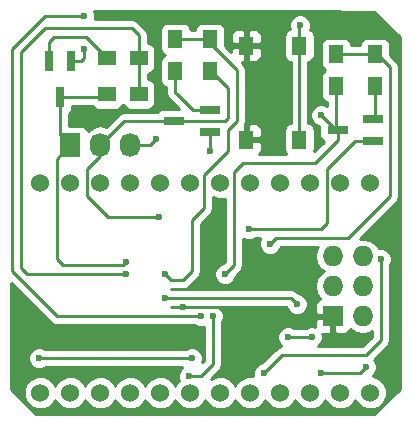
<source format=gtl>
G04 #@! TF.FileFunction,Copper,L1,Top,Signal*
%FSLAX46Y46*%
G04 Gerber Fmt 4.6, Leading zero omitted, Abs format (unit mm)*
G04 Created by KiCad (PCBNEW 4.0.1-3.201512221402+6198~38~ubuntu14.04.1-stable) date Sun 07 Feb 2016 23:01:24 GMT*
%MOMM*%
G01*
G04 APERTURE LIST*
%ADD10C,0.100000*%
%ADD11R,1.727200X2.032000*%
%ADD12O,1.727200X2.032000*%
%ADD13R,1.800860X0.800100*%
%ADD14R,0.800100X1.800860*%
%ADD15R,1.300000X1.550000*%
%ADD16C,1.524000*%
%ADD17R,1.300000X1.500000*%
%ADD18R,1.500000X1.300000*%
%ADD19R,1.727200X1.727200*%
%ADD20O,1.727200X1.727200*%
%ADD21C,0.600000*%
%ADD22C,0.250000*%
%ADD23C,0.254000*%
G04 APERTURE END LIST*
D10*
D11*
X164465000Y-121920000D03*
D12*
X167005000Y-121920000D03*
X169545000Y-121920000D03*
D13*
X190096140Y-121600000D03*
X190096140Y-119700000D03*
X187093860Y-120650000D03*
X176253140Y-120838000D03*
X176253140Y-118938000D03*
X173250860Y-119888000D03*
D14*
X164526000Y-114830860D03*
X162626000Y-114830860D03*
X163576000Y-117833140D03*
D15*
X179360000Y-113500000D03*
X183860000Y-113500000D03*
X183860000Y-121450000D03*
X179360000Y-121450000D03*
D16*
X164465000Y-125095000D03*
X161925000Y-125095000D03*
X167005000Y-125095000D03*
X174625000Y-125095000D03*
X169545000Y-125095000D03*
X172085000Y-125095000D03*
X187325000Y-125095000D03*
X184785000Y-125095000D03*
X189865000Y-125095000D03*
X182245000Y-125095000D03*
X177165000Y-125095000D03*
X179705000Y-125095000D03*
X179705000Y-142875000D03*
X177165000Y-142875000D03*
X182245000Y-142875000D03*
X189865000Y-142875000D03*
X184785000Y-142875000D03*
X187325000Y-142875000D03*
X172085000Y-142875000D03*
X169545000Y-142875000D03*
X174625000Y-142875000D03*
X167005000Y-142875000D03*
X161925000Y-142875000D03*
X164465000Y-142875000D03*
D17*
X173355000Y-115650000D03*
X173355000Y-112950000D03*
X176276000Y-115650000D03*
X176276000Y-112950000D03*
X186944000Y-116920000D03*
X186944000Y-114220000D03*
X190246000Y-116920000D03*
X190246000Y-114220000D03*
D18*
X167560000Y-117602000D03*
X170260000Y-117602000D03*
X167560000Y-114554000D03*
X170260000Y-114554000D03*
D19*
X186690000Y-136398000D03*
D20*
X189230000Y-136398000D03*
X186690000Y-133858000D03*
X189230000Y-133858000D03*
X186690000Y-131318000D03*
X189230000Y-131318000D03*
D21*
X172466000Y-132842000D03*
X171958000Y-128016000D03*
X177800000Y-136398000D03*
X173990000Y-135636000D03*
X190246000Y-129540000D03*
X190754000Y-131572000D03*
X180848000Y-141224000D03*
X161798000Y-139954000D03*
X174752000Y-139954000D03*
X174498000Y-141478000D03*
X176530000Y-136398000D03*
X179578000Y-129032000D03*
X181356000Y-130302000D03*
X171704000Y-121412000D03*
X185674000Y-119380000D03*
X177546000Y-132842000D03*
X182880000Y-138176000D03*
X184912000Y-138176000D03*
X185674000Y-141224000D03*
X189484000Y-140716000D03*
X175514000Y-136398000D03*
X165608000Y-110998000D03*
X165608000Y-113792000D03*
X183642000Y-135382000D03*
X172466000Y-134874000D03*
X169164000Y-132842000D03*
X169164000Y-131826000D03*
X176276000Y-122428000D03*
X183896000Y-111760000D03*
D22*
X176276000Y-112950000D02*
X176276000Y-113284000D01*
X176276000Y-113284000D02*
X178562000Y-115570000D01*
X178562000Y-115570000D02*
X178562000Y-119888000D01*
X178562000Y-119888000D02*
X177800000Y-120650000D01*
X177800000Y-120650000D02*
X177800000Y-122428000D01*
X177800000Y-122428000D02*
X175768000Y-124460000D01*
X175768000Y-124460000D02*
X175768000Y-127254000D01*
X175768000Y-127254000D02*
X174752000Y-128270000D01*
X174752000Y-128270000D02*
X174752000Y-132588000D01*
X174752000Y-132588000D02*
X173990000Y-133350000D01*
X173990000Y-133350000D02*
X172974000Y-133350000D01*
X172974000Y-133350000D02*
X172466000Y-132842000D01*
X173355000Y-112950000D02*
X175895000Y-112950000D01*
X167005000Y-121920000D02*
X167005000Y-122809000D01*
X167005000Y-122809000D02*
X165862000Y-123952000D01*
X167640000Y-128016000D02*
X171958000Y-128016000D01*
X165862000Y-126238000D02*
X167640000Y-128016000D01*
X165862000Y-123952000D02*
X165862000Y-126238000D01*
X173250860Y-119888000D02*
X169037000Y-119888000D01*
X169037000Y-119888000D02*
X167005000Y-121920000D01*
X176276000Y-115650000D02*
X176356000Y-115650000D01*
X176356000Y-115650000D02*
X177800000Y-117094000D01*
X177800000Y-117094000D02*
X177800000Y-119634000D01*
X177800000Y-119634000D02*
X177546000Y-119888000D01*
X177546000Y-119888000D02*
X173250860Y-119888000D01*
X177800000Y-136398000D02*
X177800000Y-135636000D01*
X177800000Y-135636000D02*
X173990000Y-135636000D01*
X190246000Y-129540000D02*
X190500000Y-129540000D01*
X179360000Y-113500000D02*
X179360000Y-121450000D01*
X190754000Y-138430000D02*
X190754000Y-131572000D01*
X189484000Y-139700000D02*
X190754000Y-138430000D01*
X182372000Y-139700000D02*
X189484000Y-139700000D01*
X180848000Y-141224000D02*
X182372000Y-139700000D01*
X174752000Y-139954000D02*
X161798000Y-139954000D01*
X175514000Y-141478000D02*
X174498000Y-141478000D01*
X176530000Y-140462000D02*
X175514000Y-141478000D01*
X176530000Y-136398000D02*
X176530000Y-140462000D01*
X190096140Y-121600000D02*
X188534000Y-121600000D01*
X185674000Y-129032000D02*
X179578000Y-129032000D01*
X186182000Y-128524000D02*
X185674000Y-129032000D01*
X186182000Y-123952000D02*
X186182000Y-128524000D01*
X188534000Y-121600000D02*
X186182000Y-123952000D01*
X190246000Y-114220000D02*
X190420000Y-114220000D01*
X190420000Y-114220000D02*
X191516000Y-115316000D01*
X181864000Y-129794000D02*
X181356000Y-130302000D01*
X187960000Y-129794000D02*
X181864000Y-129794000D01*
X191516000Y-126238000D02*
X187960000Y-129794000D01*
X191516000Y-115316000D02*
X191516000Y-126238000D01*
X186944000Y-114220000D02*
X190246000Y-114220000D01*
X187093860Y-120650000D02*
X186944000Y-120650000D01*
X186944000Y-120650000D02*
X185674000Y-119380000D01*
X171196000Y-121920000D02*
X169545000Y-121920000D01*
X171704000Y-121412000D02*
X171196000Y-121920000D01*
X187093860Y-120650000D02*
X187093860Y-121516140D01*
X178308000Y-132080000D02*
X177546000Y-132842000D01*
X178308000Y-124206000D02*
X178308000Y-132080000D01*
X179070000Y-123444000D02*
X178308000Y-124206000D01*
X185166000Y-123444000D02*
X179070000Y-123444000D01*
X187093860Y-121516140D02*
X185166000Y-123444000D01*
X186944000Y-116920000D02*
X186944000Y-120500140D01*
X186944000Y-120500140D02*
X187093860Y-120650000D01*
X184912000Y-138176000D02*
X182880000Y-138176000D01*
X188976000Y-141224000D02*
X185674000Y-141224000D01*
X189484000Y-140716000D02*
X188976000Y-141224000D01*
X164526000Y-114830860D02*
X165331140Y-114830860D01*
X163322000Y-136398000D02*
X175514000Y-136398000D01*
X159512000Y-132588000D02*
X163322000Y-136398000D01*
X159512000Y-113792000D02*
X159512000Y-132588000D01*
X162306000Y-110998000D02*
X159512000Y-113792000D01*
X165608000Y-110998000D02*
X162306000Y-110998000D01*
X165608000Y-114554000D02*
X165608000Y-113792000D01*
X165331140Y-114830860D02*
X165608000Y-114554000D01*
X183642000Y-135382000D02*
X183134000Y-134874000D01*
X183134000Y-134874000D02*
X172466000Y-134874000D01*
X170260000Y-112602000D02*
X170260000Y-114554000D01*
X169672000Y-112014000D02*
X170260000Y-112602000D01*
X162306000Y-112014000D02*
X169672000Y-112014000D01*
X160274000Y-114046000D02*
X162306000Y-112014000D01*
X160274000Y-132334000D02*
X160274000Y-114046000D01*
X160782000Y-132842000D02*
X160274000Y-132334000D01*
X169164000Y-132842000D02*
X160782000Y-132842000D01*
X170260000Y-114554000D02*
X170260000Y-117602000D01*
X163322000Y-123063000D02*
X164465000Y-121920000D01*
X163322000Y-131572000D02*
X163322000Y-123063000D01*
X163830000Y-132080000D02*
X163322000Y-131572000D01*
X168910000Y-132080000D02*
X163830000Y-132080000D01*
X169164000Y-131826000D02*
X168910000Y-132080000D01*
X163576000Y-117833140D02*
X163576000Y-121031000D01*
X163576000Y-121031000D02*
X164465000Y-121920000D01*
X163576000Y-117833140D02*
X167328860Y-117833140D01*
X167328860Y-117833140D02*
X167560000Y-117602000D01*
X176253140Y-122405140D02*
X176253140Y-120838000D01*
X176276000Y-122428000D02*
X176253140Y-122405140D01*
X190246000Y-116920000D02*
X190246000Y-119550140D01*
X190246000Y-119550140D02*
X190096140Y-119700000D01*
X176253140Y-118938000D02*
X174818000Y-118938000D01*
X174818000Y-118938000D02*
X173482000Y-117602000D01*
X173355000Y-117475000D02*
X173355000Y-115650000D01*
X173482000Y-117602000D02*
X173355000Y-117475000D01*
X162626000Y-114830860D02*
X162626000Y-113218000D01*
X165782000Y-112776000D02*
X167560000Y-114554000D01*
X163068000Y-112776000D02*
X165782000Y-112776000D01*
X162626000Y-113218000D02*
X163068000Y-112776000D01*
X183860000Y-111796000D02*
X183860000Y-113500000D01*
X183896000Y-111760000D02*
X183860000Y-111796000D01*
X183860000Y-121450000D02*
X183860000Y-113500000D01*
D23*
G36*
X190192913Y-110616519D02*
X192330000Y-112753606D01*
X192330000Y-142580909D01*
X190205908Y-144705000D01*
X167270552Y-144705000D01*
X161534210Y-144655119D01*
X159866545Y-142987453D01*
X159460000Y-142530090D01*
X159460000Y-133610802D01*
X162784599Y-136935401D01*
X163031161Y-137100148D01*
X163322000Y-137158000D01*
X174951537Y-137158000D01*
X174983673Y-137190192D01*
X175327201Y-137332838D01*
X175699167Y-137333162D01*
X175770000Y-137303894D01*
X175770000Y-140147198D01*
X175623241Y-140293957D01*
X175686838Y-140140799D01*
X175687162Y-139768833D01*
X175545117Y-139425057D01*
X175282327Y-139161808D01*
X174938799Y-139019162D01*
X174566833Y-139018838D01*
X174223057Y-139160883D01*
X174189882Y-139194000D01*
X162360463Y-139194000D01*
X162328327Y-139161808D01*
X161984799Y-139019162D01*
X161612833Y-139018838D01*
X161269057Y-139160883D01*
X161005808Y-139423673D01*
X160863162Y-139767201D01*
X160862838Y-140139167D01*
X161004883Y-140482943D01*
X161267673Y-140746192D01*
X161611201Y-140888838D01*
X161983167Y-140889162D01*
X162326943Y-140747117D01*
X162360118Y-140714000D01*
X173939889Y-140714000D01*
X173705808Y-140947673D01*
X173563162Y-141291201D01*
X173562838Y-141663167D01*
X173650073Y-141874292D01*
X173441371Y-142082630D01*
X173355051Y-142290512D01*
X173270010Y-142084697D01*
X172877370Y-141691371D01*
X172364100Y-141478243D01*
X171808339Y-141477758D01*
X171294697Y-141689990D01*
X170901371Y-142082630D01*
X170815051Y-142290512D01*
X170730010Y-142084697D01*
X170337370Y-141691371D01*
X169824100Y-141478243D01*
X169268339Y-141477758D01*
X168754697Y-141689990D01*
X168361371Y-142082630D01*
X168275051Y-142290512D01*
X168190010Y-142084697D01*
X167797370Y-141691371D01*
X167284100Y-141478243D01*
X166728339Y-141477758D01*
X166214697Y-141689990D01*
X165821371Y-142082630D01*
X165735051Y-142290512D01*
X165650010Y-142084697D01*
X165257370Y-141691371D01*
X164744100Y-141478243D01*
X164188339Y-141477758D01*
X163674697Y-141689990D01*
X163281371Y-142082630D01*
X163195051Y-142290512D01*
X163110010Y-142084697D01*
X162717370Y-141691371D01*
X162204100Y-141478243D01*
X161648339Y-141477758D01*
X161134697Y-141689990D01*
X160741371Y-142082630D01*
X160528243Y-142595900D01*
X160527758Y-143151661D01*
X160739990Y-143665303D01*
X161132630Y-144058629D01*
X161645900Y-144271757D01*
X162201661Y-144272242D01*
X162715303Y-144060010D01*
X163108629Y-143667370D01*
X163194949Y-143459488D01*
X163279990Y-143665303D01*
X163672630Y-144058629D01*
X164185900Y-144271757D01*
X164741661Y-144272242D01*
X165255303Y-144060010D01*
X165648629Y-143667370D01*
X165734949Y-143459488D01*
X165819990Y-143665303D01*
X166212630Y-144058629D01*
X166725900Y-144271757D01*
X167281661Y-144272242D01*
X167795303Y-144060010D01*
X168188629Y-143667370D01*
X168274949Y-143459488D01*
X168359990Y-143665303D01*
X168752630Y-144058629D01*
X169265900Y-144271757D01*
X169821661Y-144272242D01*
X170335303Y-144060010D01*
X170728629Y-143667370D01*
X170814949Y-143459488D01*
X170899990Y-143665303D01*
X171292630Y-144058629D01*
X171805900Y-144271757D01*
X172361661Y-144272242D01*
X172875303Y-144060010D01*
X173268629Y-143667370D01*
X173354949Y-143459488D01*
X173439990Y-143665303D01*
X173832630Y-144058629D01*
X174345900Y-144271757D01*
X174901661Y-144272242D01*
X175415303Y-144060010D01*
X175808629Y-143667370D01*
X175894949Y-143459488D01*
X175979990Y-143665303D01*
X176372630Y-144058629D01*
X176885900Y-144271757D01*
X177441661Y-144272242D01*
X177955303Y-144060010D01*
X178348629Y-143667370D01*
X178434949Y-143459488D01*
X178519990Y-143665303D01*
X178912630Y-144058629D01*
X179425900Y-144271757D01*
X179981661Y-144272242D01*
X180495303Y-144060010D01*
X180888629Y-143667370D01*
X180974949Y-143459488D01*
X181059990Y-143665303D01*
X181452630Y-144058629D01*
X181965900Y-144271757D01*
X182521661Y-144272242D01*
X183035303Y-144060010D01*
X183428629Y-143667370D01*
X183514949Y-143459488D01*
X183599990Y-143665303D01*
X183992630Y-144058629D01*
X184505900Y-144271757D01*
X185061661Y-144272242D01*
X185575303Y-144060010D01*
X185968629Y-143667370D01*
X186054949Y-143459488D01*
X186139990Y-143665303D01*
X186532630Y-144058629D01*
X187045900Y-144271757D01*
X187601661Y-144272242D01*
X188115303Y-144060010D01*
X188508629Y-143667370D01*
X188594949Y-143459488D01*
X188679990Y-143665303D01*
X189072630Y-144058629D01*
X189585900Y-144271757D01*
X190141661Y-144272242D01*
X190655303Y-144060010D01*
X191048629Y-143667370D01*
X191261757Y-143154100D01*
X191262242Y-142598339D01*
X191050010Y-142084697D01*
X190657370Y-141691371D01*
X190144100Y-141478243D01*
X190043958Y-141478156D01*
X190276192Y-141246327D01*
X190418838Y-140902799D01*
X190419162Y-140530833D01*
X190277117Y-140187057D01*
X190174521Y-140084281D01*
X191291401Y-138967401D01*
X191456148Y-138720840D01*
X191514000Y-138430000D01*
X191514000Y-132134463D01*
X191546192Y-132102327D01*
X191688838Y-131758799D01*
X191689162Y-131386833D01*
X191547117Y-131043057D01*
X191284327Y-130779808D01*
X190940799Y-130637162D01*
X190571942Y-130636841D01*
X190319029Y-130258330D01*
X189832848Y-129933474D01*
X189259359Y-129819400D01*
X189200641Y-129819400D01*
X188961917Y-129866885D01*
X192053401Y-126775401D01*
X192218148Y-126528840D01*
X192227746Y-126480586D01*
X192276000Y-126238000D01*
X192276000Y-115316000D01*
X192218148Y-115025161D01*
X192053401Y-114778599D01*
X191543440Y-114268638D01*
X191543440Y-113470000D01*
X191499162Y-113234683D01*
X191360090Y-113018559D01*
X191147890Y-112873569D01*
X190896000Y-112822560D01*
X189596000Y-112822560D01*
X189360683Y-112866838D01*
X189144559Y-113005910D01*
X188999569Y-113218110D01*
X188950585Y-113460000D01*
X188239558Y-113460000D01*
X188197162Y-113234683D01*
X188058090Y-113018559D01*
X187845890Y-112873569D01*
X187594000Y-112822560D01*
X186294000Y-112822560D01*
X186058683Y-112866838D01*
X185842559Y-113005910D01*
X185697569Y-113218110D01*
X185646560Y-113470000D01*
X185646560Y-114970000D01*
X185690838Y-115205317D01*
X185829910Y-115421441D01*
X186042110Y-115566431D01*
X186055197Y-115569081D01*
X185842559Y-115705910D01*
X185697569Y-115918110D01*
X185646560Y-116170000D01*
X185646560Y-117670000D01*
X185690838Y-117905317D01*
X185829910Y-118121441D01*
X186042110Y-118266431D01*
X186184000Y-118295164D01*
X186184000Y-118579367D01*
X185860799Y-118445162D01*
X185488833Y-118444838D01*
X185145057Y-118586883D01*
X184881808Y-118849673D01*
X184739162Y-119193201D01*
X184738838Y-119565167D01*
X184880883Y-119908943D01*
X185143673Y-120172192D01*
X185487201Y-120314838D01*
X185534077Y-120314879D01*
X185545990Y-120326792D01*
X185545990Y-121050050D01*
X185590268Y-121285367D01*
X185729340Y-121501491D01*
X185910159Y-121625039D01*
X185118651Y-122416547D01*
X185157440Y-122225000D01*
X185157440Y-120675000D01*
X185113162Y-120439683D01*
X184974090Y-120223559D01*
X184761890Y-120078569D01*
X184620000Y-120049836D01*
X184620000Y-114901742D01*
X184745317Y-114878162D01*
X184961441Y-114739090D01*
X185106431Y-114526890D01*
X185157440Y-114275000D01*
X185157440Y-112725000D01*
X185113162Y-112489683D01*
X184974090Y-112273559D01*
X184761890Y-112128569D01*
X184755867Y-112127349D01*
X184830838Y-111946799D01*
X184831162Y-111574833D01*
X184689117Y-111231057D01*
X184426327Y-110967808D01*
X184082799Y-110825162D01*
X183710833Y-110824838D01*
X183367057Y-110966883D01*
X183103808Y-111229673D01*
X182961162Y-111573201D01*
X182960838Y-111945167D01*
X183029570Y-112111510D01*
X182974683Y-112121838D01*
X182758559Y-112260910D01*
X182613569Y-112473110D01*
X182562560Y-112725000D01*
X182562560Y-114275000D01*
X182606838Y-114510317D01*
X182745910Y-114726441D01*
X182958110Y-114871431D01*
X183100000Y-114900164D01*
X183100000Y-120048258D01*
X182974683Y-120071838D01*
X182758559Y-120210910D01*
X182613569Y-120423110D01*
X182562560Y-120675000D01*
X182562560Y-122225000D01*
X182606838Y-122460317D01*
X182745910Y-122676441D01*
X182756973Y-122684000D01*
X180449026Y-122684000D01*
X180548327Y-122584698D01*
X180645000Y-122351309D01*
X180645000Y-121735750D01*
X180486250Y-121577000D01*
X179487000Y-121577000D01*
X179487000Y-121597000D01*
X179233000Y-121597000D01*
X179233000Y-121577000D01*
X179213000Y-121577000D01*
X179213000Y-121323000D01*
X179233000Y-121323000D01*
X179233000Y-120225455D01*
X179250843Y-120198750D01*
X179487000Y-120198750D01*
X179487000Y-121323000D01*
X180486250Y-121323000D01*
X180645000Y-121164250D01*
X180645000Y-120548691D01*
X180548327Y-120315302D01*
X180369699Y-120136673D01*
X180136310Y-120040000D01*
X179645750Y-120040000D01*
X179487000Y-120198750D01*
X179250843Y-120198750D01*
X179264148Y-120178839D01*
X179322000Y-119888000D01*
X179322000Y-115570000D01*
X179264148Y-115279161D01*
X179264148Y-115279160D01*
X179099401Y-115032599D01*
X178976802Y-114910000D01*
X179074250Y-114910000D01*
X179233000Y-114751250D01*
X179233000Y-113627000D01*
X179487000Y-113627000D01*
X179487000Y-114751250D01*
X179645750Y-114910000D01*
X180136310Y-114910000D01*
X180369699Y-114813327D01*
X180548327Y-114634698D01*
X180645000Y-114401309D01*
X180645000Y-113785750D01*
X180486250Y-113627000D01*
X179487000Y-113627000D01*
X179233000Y-113627000D01*
X178233750Y-113627000D01*
X178075000Y-113785750D01*
X178075000Y-114008198D01*
X177573440Y-113506638D01*
X177573440Y-112598691D01*
X178075000Y-112598691D01*
X178075000Y-113214250D01*
X178233750Y-113373000D01*
X179233000Y-113373000D01*
X179233000Y-112248750D01*
X179487000Y-112248750D01*
X179487000Y-113373000D01*
X180486250Y-113373000D01*
X180645000Y-113214250D01*
X180645000Y-112598691D01*
X180548327Y-112365302D01*
X180369699Y-112186673D01*
X180136310Y-112090000D01*
X179645750Y-112090000D01*
X179487000Y-112248750D01*
X179233000Y-112248750D01*
X179074250Y-112090000D01*
X178583690Y-112090000D01*
X178350301Y-112186673D01*
X178171673Y-112365302D01*
X178075000Y-112598691D01*
X177573440Y-112598691D01*
X177573440Y-112200000D01*
X177529162Y-111964683D01*
X177390090Y-111748559D01*
X177177890Y-111603569D01*
X176926000Y-111552560D01*
X175626000Y-111552560D01*
X175390683Y-111596838D01*
X175174559Y-111735910D01*
X175029569Y-111948110D01*
X174980585Y-112190000D01*
X174650558Y-112190000D01*
X174608162Y-111964683D01*
X174469090Y-111748559D01*
X174256890Y-111603569D01*
X174005000Y-111552560D01*
X172705000Y-111552560D01*
X172469683Y-111596838D01*
X172253559Y-111735910D01*
X172108569Y-111948110D01*
X172057560Y-112200000D01*
X172057560Y-113700000D01*
X172101838Y-113935317D01*
X172240910Y-114151441D01*
X172453110Y-114296431D01*
X172466197Y-114299081D01*
X172253559Y-114435910D01*
X172108569Y-114648110D01*
X172057560Y-114900000D01*
X172057560Y-116400000D01*
X172101838Y-116635317D01*
X172240910Y-116851441D01*
X172453110Y-116996431D01*
X172595000Y-117025164D01*
X172595000Y-117475000D01*
X172652852Y-117765839D01*
X172817599Y-118012401D01*
X173645708Y-118840510D01*
X172350430Y-118840510D01*
X172115113Y-118884788D01*
X171898989Y-119023860D01*
X171827833Y-119128000D01*
X169037000Y-119128000D01*
X168746161Y-119185852D01*
X168499599Y-119350599D01*
X167512579Y-120337619D01*
X167005000Y-120236655D01*
X166431511Y-120350729D01*
X165945330Y-120675585D01*
X165935757Y-120689913D01*
X165931762Y-120668683D01*
X165792690Y-120452559D01*
X165580490Y-120307569D01*
X165328600Y-120256560D01*
X164336000Y-120256560D01*
X164336000Y-119256533D01*
X164427491Y-119197660D01*
X164572481Y-118985460D01*
X164623490Y-118733570D01*
X164623490Y-118593140D01*
X166274933Y-118593140D01*
X166345910Y-118703441D01*
X166558110Y-118848431D01*
X166810000Y-118899440D01*
X168310000Y-118899440D01*
X168545317Y-118855162D01*
X168761441Y-118716090D01*
X168906431Y-118503890D01*
X168909081Y-118490803D01*
X169045910Y-118703441D01*
X169258110Y-118848431D01*
X169510000Y-118899440D01*
X171010000Y-118899440D01*
X171245317Y-118855162D01*
X171461441Y-118716090D01*
X171606431Y-118503890D01*
X171657440Y-118252000D01*
X171657440Y-116952000D01*
X171613162Y-116716683D01*
X171474090Y-116500559D01*
X171261890Y-116355569D01*
X171020000Y-116306585D01*
X171020000Y-115849558D01*
X171245317Y-115807162D01*
X171461441Y-115668090D01*
X171606431Y-115455890D01*
X171657440Y-115204000D01*
X171657440Y-113904000D01*
X171613162Y-113668683D01*
X171474090Y-113452559D01*
X171261890Y-113307569D01*
X171020000Y-113258585D01*
X171020000Y-112602000D01*
X170962148Y-112311161D01*
X170797401Y-112064599D01*
X170209401Y-111476599D01*
X169962839Y-111311852D01*
X169672000Y-111254000D01*
X166514103Y-111254000D01*
X166542838Y-111184799D01*
X166543162Y-110812833D01*
X166440760Y-110565000D01*
X184577343Y-110565000D01*
X190192913Y-110616519D01*
X190192913Y-110616519D01*
G37*
X190192913Y-110616519D02*
X192330000Y-112753606D01*
X192330000Y-142580909D01*
X190205908Y-144705000D01*
X167270552Y-144705000D01*
X161534210Y-144655119D01*
X159866545Y-142987453D01*
X159460000Y-142530090D01*
X159460000Y-133610802D01*
X162784599Y-136935401D01*
X163031161Y-137100148D01*
X163322000Y-137158000D01*
X174951537Y-137158000D01*
X174983673Y-137190192D01*
X175327201Y-137332838D01*
X175699167Y-137333162D01*
X175770000Y-137303894D01*
X175770000Y-140147198D01*
X175623241Y-140293957D01*
X175686838Y-140140799D01*
X175687162Y-139768833D01*
X175545117Y-139425057D01*
X175282327Y-139161808D01*
X174938799Y-139019162D01*
X174566833Y-139018838D01*
X174223057Y-139160883D01*
X174189882Y-139194000D01*
X162360463Y-139194000D01*
X162328327Y-139161808D01*
X161984799Y-139019162D01*
X161612833Y-139018838D01*
X161269057Y-139160883D01*
X161005808Y-139423673D01*
X160863162Y-139767201D01*
X160862838Y-140139167D01*
X161004883Y-140482943D01*
X161267673Y-140746192D01*
X161611201Y-140888838D01*
X161983167Y-140889162D01*
X162326943Y-140747117D01*
X162360118Y-140714000D01*
X173939889Y-140714000D01*
X173705808Y-140947673D01*
X173563162Y-141291201D01*
X173562838Y-141663167D01*
X173650073Y-141874292D01*
X173441371Y-142082630D01*
X173355051Y-142290512D01*
X173270010Y-142084697D01*
X172877370Y-141691371D01*
X172364100Y-141478243D01*
X171808339Y-141477758D01*
X171294697Y-141689990D01*
X170901371Y-142082630D01*
X170815051Y-142290512D01*
X170730010Y-142084697D01*
X170337370Y-141691371D01*
X169824100Y-141478243D01*
X169268339Y-141477758D01*
X168754697Y-141689990D01*
X168361371Y-142082630D01*
X168275051Y-142290512D01*
X168190010Y-142084697D01*
X167797370Y-141691371D01*
X167284100Y-141478243D01*
X166728339Y-141477758D01*
X166214697Y-141689990D01*
X165821371Y-142082630D01*
X165735051Y-142290512D01*
X165650010Y-142084697D01*
X165257370Y-141691371D01*
X164744100Y-141478243D01*
X164188339Y-141477758D01*
X163674697Y-141689990D01*
X163281371Y-142082630D01*
X163195051Y-142290512D01*
X163110010Y-142084697D01*
X162717370Y-141691371D01*
X162204100Y-141478243D01*
X161648339Y-141477758D01*
X161134697Y-141689990D01*
X160741371Y-142082630D01*
X160528243Y-142595900D01*
X160527758Y-143151661D01*
X160739990Y-143665303D01*
X161132630Y-144058629D01*
X161645900Y-144271757D01*
X162201661Y-144272242D01*
X162715303Y-144060010D01*
X163108629Y-143667370D01*
X163194949Y-143459488D01*
X163279990Y-143665303D01*
X163672630Y-144058629D01*
X164185900Y-144271757D01*
X164741661Y-144272242D01*
X165255303Y-144060010D01*
X165648629Y-143667370D01*
X165734949Y-143459488D01*
X165819990Y-143665303D01*
X166212630Y-144058629D01*
X166725900Y-144271757D01*
X167281661Y-144272242D01*
X167795303Y-144060010D01*
X168188629Y-143667370D01*
X168274949Y-143459488D01*
X168359990Y-143665303D01*
X168752630Y-144058629D01*
X169265900Y-144271757D01*
X169821661Y-144272242D01*
X170335303Y-144060010D01*
X170728629Y-143667370D01*
X170814949Y-143459488D01*
X170899990Y-143665303D01*
X171292630Y-144058629D01*
X171805900Y-144271757D01*
X172361661Y-144272242D01*
X172875303Y-144060010D01*
X173268629Y-143667370D01*
X173354949Y-143459488D01*
X173439990Y-143665303D01*
X173832630Y-144058629D01*
X174345900Y-144271757D01*
X174901661Y-144272242D01*
X175415303Y-144060010D01*
X175808629Y-143667370D01*
X175894949Y-143459488D01*
X175979990Y-143665303D01*
X176372630Y-144058629D01*
X176885900Y-144271757D01*
X177441661Y-144272242D01*
X177955303Y-144060010D01*
X178348629Y-143667370D01*
X178434949Y-143459488D01*
X178519990Y-143665303D01*
X178912630Y-144058629D01*
X179425900Y-144271757D01*
X179981661Y-144272242D01*
X180495303Y-144060010D01*
X180888629Y-143667370D01*
X180974949Y-143459488D01*
X181059990Y-143665303D01*
X181452630Y-144058629D01*
X181965900Y-144271757D01*
X182521661Y-144272242D01*
X183035303Y-144060010D01*
X183428629Y-143667370D01*
X183514949Y-143459488D01*
X183599990Y-143665303D01*
X183992630Y-144058629D01*
X184505900Y-144271757D01*
X185061661Y-144272242D01*
X185575303Y-144060010D01*
X185968629Y-143667370D01*
X186054949Y-143459488D01*
X186139990Y-143665303D01*
X186532630Y-144058629D01*
X187045900Y-144271757D01*
X187601661Y-144272242D01*
X188115303Y-144060010D01*
X188508629Y-143667370D01*
X188594949Y-143459488D01*
X188679990Y-143665303D01*
X189072630Y-144058629D01*
X189585900Y-144271757D01*
X190141661Y-144272242D01*
X190655303Y-144060010D01*
X191048629Y-143667370D01*
X191261757Y-143154100D01*
X191262242Y-142598339D01*
X191050010Y-142084697D01*
X190657370Y-141691371D01*
X190144100Y-141478243D01*
X190043958Y-141478156D01*
X190276192Y-141246327D01*
X190418838Y-140902799D01*
X190419162Y-140530833D01*
X190277117Y-140187057D01*
X190174521Y-140084281D01*
X191291401Y-138967401D01*
X191456148Y-138720840D01*
X191514000Y-138430000D01*
X191514000Y-132134463D01*
X191546192Y-132102327D01*
X191688838Y-131758799D01*
X191689162Y-131386833D01*
X191547117Y-131043057D01*
X191284327Y-130779808D01*
X190940799Y-130637162D01*
X190571942Y-130636841D01*
X190319029Y-130258330D01*
X189832848Y-129933474D01*
X189259359Y-129819400D01*
X189200641Y-129819400D01*
X188961917Y-129866885D01*
X192053401Y-126775401D01*
X192218148Y-126528840D01*
X192227746Y-126480586D01*
X192276000Y-126238000D01*
X192276000Y-115316000D01*
X192218148Y-115025161D01*
X192053401Y-114778599D01*
X191543440Y-114268638D01*
X191543440Y-113470000D01*
X191499162Y-113234683D01*
X191360090Y-113018559D01*
X191147890Y-112873569D01*
X190896000Y-112822560D01*
X189596000Y-112822560D01*
X189360683Y-112866838D01*
X189144559Y-113005910D01*
X188999569Y-113218110D01*
X188950585Y-113460000D01*
X188239558Y-113460000D01*
X188197162Y-113234683D01*
X188058090Y-113018559D01*
X187845890Y-112873569D01*
X187594000Y-112822560D01*
X186294000Y-112822560D01*
X186058683Y-112866838D01*
X185842559Y-113005910D01*
X185697569Y-113218110D01*
X185646560Y-113470000D01*
X185646560Y-114970000D01*
X185690838Y-115205317D01*
X185829910Y-115421441D01*
X186042110Y-115566431D01*
X186055197Y-115569081D01*
X185842559Y-115705910D01*
X185697569Y-115918110D01*
X185646560Y-116170000D01*
X185646560Y-117670000D01*
X185690838Y-117905317D01*
X185829910Y-118121441D01*
X186042110Y-118266431D01*
X186184000Y-118295164D01*
X186184000Y-118579367D01*
X185860799Y-118445162D01*
X185488833Y-118444838D01*
X185145057Y-118586883D01*
X184881808Y-118849673D01*
X184739162Y-119193201D01*
X184738838Y-119565167D01*
X184880883Y-119908943D01*
X185143673Y-120172192D01*
X185487201Y-120314838D01*
X185534077Y-120314879D01*
X185545990Y-120326792D01*
X185545990Y-121050050D01*
X185590268Y-121285367D01*
X185729340Y-121501491D01*
X185910159Y-121625039D01*
X185118651Y-122416547D01*
X185157440Y-122225000D01*
X185157440Y-120675000D01*
X185113162Y-120439683D01*
X184974090Y-120223559D01*
X184761890Y-120078569D01*
X184620000Y-120049836D01*
X184620000Y-114901742D01*
X184745317Y-114878162D01*
X184961441Y-114739090D01*
X185106431Y-114526890D01*
X185157440Y-114275000D01*
X185157440Y-112725000D01*
X185113162Y-112489683D01*
X184974090Y-112273559D01*
X184761890Y-112128569D01*
X184755867Y-112127349D01*
X184830838Y-111946799D01*
X184831162Y-111574833D01*
X184689117Y-111231057D01*
X184426327Y-110967808D01*
X184082799Y-110825162D01*
X183710833Y-110824838D01*
X183367057Y-110966883D01*
X183103808Y-111229673D01*
X182961162Y-111573201D01*
X182960838Y-111945167D01*
X183029570Y-112111510D01*
X182974683Y-112121838D01*
X182758559Y-112260910D01*
X182613569Y-112473110D01*
X182562560Y-112725000D01*
X182562560Y-114275000D01*
X182606838Y-114510317D01*
X182745910Y-114726441D01*
X182958110Y-114871431D01*
X183100000Y-114900164D01*
X183100000Y-120048258D01*
X182974683Y-120071838D01*
X182758559Y-120210910D01*
X182613569Y-120423110D01*
X182562560Y-120675000D01*
X182562560Y-122225000D01*
X182606838Y-122460317D01*
X182745910Y-122676441D01*
X182756973Y-122684000D01*
X180449026Y-122684000D01*
X180548327Y-122584698D01*
X180645000Y-122351309D01*
X180645000Y-121735750D01*
X180486250Y-121577000D01*
X179487000Y-121577000D01*
X179487000Y-121597000D01*
X179233000Y-121597000D01*
X179233000Y-121577000D01*
X179213000Y-121577000D01*
X179213000Y-121323000D01*
X179233000Y-121323000D01*
X179233000Y-120225455D01*
X179250843Y-120198750D01*
X179487000Y-120198750D01*
X179487000Y-121323000D01*
X180486250Y-121323000D01*
X180645000Y-121164250D01*
X180645000Y-120548691D01*
X180548327Y-120315302D01*
X180369699Y-120136673D01*
X180136310Y-120040000D01*
X179645750Y-120040000D01*
X179487000Y-120198750D01*
X179250843Y-120198750D01*
X179264148Y-120178839D01*
X179322000Y-119888000D01*
X179322000Y-115570000D01*
X179264148Y-115279161D01*
X179264148Y-115279160D01*
X179099401Y-115032599D01*
X178976802Y-114910000D01*
X179074250Y-114910000D01*
X179233000Y-114751250D01*
X179233000Y-113627000D01*
X179487000Y-113627000D01*
X179487000Y-114751250D01*
X179645750Y-114910000D01*
X180136310Y-114910000D01*
X180369699Y-114813327D01*
X180548327Y-114634698D01*
X180645000Y-114401309D01*
X180645000Y-113785750D01*
X180486250Y-113627000D01*
X179487000Y-113627000D01*
X179233000Y-113627000D01*
X178233750Y-113627000D01*
X178075000Y-113785750D01*
X178075000Y-114008198D01*
X177573440Y-113506638D01*
X177573440Y-112598691D01*
X178075000Y-112598691D01*
X178075000Y-113214250D01*
X178233750Y-113373000D01*
X179233000Y-113373000D01*
X179233000Y-112248750D01*
X179487000Y-112248750D01*
X179487000Y-113373000D01*
X180486250Y-113373000D01*
X180645000Y-113214250D01*
X180645000Y-112598691D01*
X180548327Y-112365302D01*
X180369699Y-112186673D01*
X180136310Y-112090000D01*
X179645750Y-112090000D01*
X179487000Y-112248750D01*
X179233000Y-112248750D01*
X179074250Y-112090000D01*
X178583690Y-112090000D01*
X178350301Y-112186673D01*
X178171673Y-112365302D01*
X178075000Y-112598691D01*
X177573440Y-112598691D01*
X177573440Y-112200000D01*
X177529162Y-111964683D01*
X177390090Y-111748559D01*
X177177890Y-111603569D01*
X176926000Y-111552560D01*
X175626000Y-111552560D01*
X175390683Y-111596838D01*
X175174559Y-111735910D01*
X175029569Y-111948110D01*
X174980585Y-112190000D01*
X174650558Y-112190000D01*
X174608162Y-111964683D01*
X174469090Y-111748559D01*
X174256890Y-111603569D01*
X174005000Y-111552560D01*
X172705000Y-111552560D01*
X172469683Y-111596838D01*
X172253559Y-111735910D01*
X172108569Y-111948110D01*
X172057560Y-112200000D01*
X172057560Y-113700000D01*
X172101838Y-113935317D01*
X172240910Y-114151441D01*
X172453110Y-114296431D01*
X172466197Y-114299081D01*
X172253559Y-114435910D01*
X172108569Y-114648110D01*
X172057560Y-114900000D01*
X172057560Y-116400000D01*
X172101838Y-116635317D01*
X172240910Y-116851441D01*
X172453110Y-116996431D01*
X172595000Y-117025164D01*
X172595000Y-117475000D01*
X172652852Y-117765839D01*
X172817599Y-118012401D01*
X173645708Y-118840510D01*
X172350430Y-118840510D01*
X172115113Y-118884788D01*
X171898989Y-119023860D01*
X171827833Y-119128000D01*
X169037000Y-119128000D01*
X168746161Y-119185852D01*
X168499599Y-119350599D01*
X167512579Y-120337619D01*
X167005000Y-120236655D01*
X166431511Y-120350729D01*
X165945330Y-120675585D01*
X165935757Y-120689913D01*
X165931762Y-120668683D01*
X165792690Y-120452559D01*
X165580490Y-120307569D01*
X165328600Y-120256560D01*
X164336000Y-120256560D01*
X164336000Y-119256533D01*
X164427491Y-119197660D01*
X164572481Y-118985460D01*
X164623490Y-118733570D01*
X164623490Y-118593140D01*
X166274933Y-118593140D01*
X166345910Y-118703441D01*
X166558110Y-118848431D01*
X166810000Y-118899440D01*
X168310000Y-118899440D01*
X168545317Y-118855162D01*
X168761441Y-118716090D01*
X168906431Y-118503890D01*
X168909081Y-118490803D01*
X169045910Y-118703441D01*
X169258110Y-118848431D01*
X169510000Y-118899440D01*
X171010000Y-118899440D01*
X171245317Y-118855162D01*
X171461441Y-118716090D01*
X171606431Y-118503890D01*
X171657440Y-118252000D01*
X171657440Y-116952000D01*
X171613162Y-116716683D01*
X171474090Y-116500559D01*
X171261890Y-116355569D01*
X171020000Y-116306585D01*
X171020000Y-115849558D01*
X171245317Y-115807162D01*
X171461441Y-115668090D01*
X171606431Y-115455890D01*
X171657440Y-115204000D01*
X171657440Y-113904000D01*
X171613162Y-113668683D01*
X171474090Y-113452559D01*
X171261890Y-113307569D01*
X171020000Y-113258585D01*
X171020000Y-112602000D01*
X170962148Y-112311161D01*
X170797401Y-112064599D01*
X170209401Y-111476599D01*
X169962839Y-111311852D01*
X169672000Y-111254000D01*
X166514103Y-111254000D01*
X166542838Y-111184799D01*
X166543162Y-110812833D01*
X166440760Y-110565000D01*
X184577343Y-110565000D01*
X190192913Y-110616519D01*
G36*
X176885900Y-126491757D02*
X177441661Y-126492242D01*
X177548000Y-126448304D01*
X177548000Y-131765198D01*
X177406320Y-131906878D01*
X177360833Y-131906838D01*
X177017057Y-132048883D01*
X176753808Y-132311673D01*
X176611162Y-132655201D01*
X176610838Y-133027167D01*
X176752883Y-133370943D01*
X177015673Y-133634192D01*
X177359201Y-133776838D01*
X177731167Y-133777162D01*
X178074943Y-133635117D01*
X178338192Y-133372327D01*
X178480838Y-133028799D01*
X178480879Y-132981923D01*
X178845401Y-132617401D01*
X179010148Y-132370839D01*
X179068000Y-132080000D01*
X179068000Y-129832633D01*
X179391201Y-129966838D01*
X179763167Y-129967162D01*
X180106943Y-129825117D01*
X180140118Y-129792000D01*
X180555367Y-129792000D01*
X180421162Y-130115201D01*
X180420838Y-130487167D01*
X180562883Y-130830943D01*
X180825673Y-131094192D01*
X181169201Y-131236838D01*
X181541167Y-131237162D01*
X181884943Y-131095117D01*
X182148192Y-130832327D01*
X182263764Y-130554000D01*
X185403410Y-130554000D01*
X185276115Y-130744511D01*
X185162041Y-131318000D01*
X185276115Y-131891489D01*
X185600971Y-132377670D01*
X185915752Y-132588000D01*
X185600971Y-132798330D01*
X185276115Y-133284511D01*
X185162041Y-133858000D01*
X185276115Y-134431489D01*
X185600971Y-134917670D01*
X185622023Y-134931737D01*
X185466702Y-134996073D01*
X185288073Y-135174701D01*
X185191400Y-135408090D01*
X185191400Y-136112250D01*
X185350150Y-136271000D01*
X186563000Y-136271000D01*
X186563000Y-136251000D01*
X186817000Y-136251000D01*
X186817000Y-136271000D01*
X186837000Y-136271000D01*
X186837000Y-136525000D01*
X186817000Y-136525000D01*
X186817000Y-137737850D01*
X186975750Y-137896600D01*
X187679909Y-137896600D01*
X187913298Y-137799927D01*
X188091927Y-137621299D01*
X188155644Y-137467474D01*
X188627152Y-137782526D01*
X189200641Y-137896600D01*
X189259359Y-137896600D01*
X189832848Y-137782526D01*
X189994000Y-137674848D01*
X189994000Y-138115198D01*
X189169198Y-138940000D01*
X185470111Y-138940000D01*
X185704192Y-138706327D01*
X185846838Y-138362799D01*
X185847162Y-137990833D01*
X185808226Y-137896600D01*
X186404250Y-137896600D01*
X186563000Y-137737850D01*
X186563000Y-136525000D01*
X185350150Y-136525000D01*
X185191400Y-136683750D01*
X185191400Y-137279613D01*
X185098799Y-137241162D01*
X184726833Y-137240838D01*
X184383057Y-137382883D01*
X184349882Y-137416000D01*
X183442463Y-137416000D01*
X183410327Y-137383808D01*
X183066799Y-137241162D01*
X182694833Y-137240838D01*
X182351057Y-137382883D01*
X182087808Y-137645673D01*
X181945162Y-137989201D01*
X181944838Y-138361167D01*
X182086883Y-138704943D01*
X182329892Y-138948376D01*
X182129414Y-138988254D01*
X182081160Y-138997852D01*
X181834599Y-139162599D01*
X180708320Y-140288878D01*
X180662833Y-140288838D01*
X180319057Y-140430883D01*
X180055808Y-140693673D01*
X179913162Y-141037201D01*
X179912838Y-141409167D01*
X179941364Y-141478206D01*
X179428339Y-141477758D01*
X178914697Y-141689990D01*
X178521371Y-142082630D01*
X178435051Y-142290512D01*
X178350010Y-142084697D01*
X177957370Y-141691371D01*
X177444100Y-141478243D01*
X176888339Y-141477758D01*
X176378301Y-141688501D01*
X177067401Y-140999401D01*
X177232148Y-140752839D01*
X177290000Y-140462000D01*
X177290000Y-136960463D01*
X177322192Y-136928327D01*
X177464838Y-136584799D01*
X177465162Y-136212833D01*
X177323117Y-135869057D01*
X177088470Y-135634000D01*
X182734453Y-135634000D01*
X182848883Y-135910943D01*
X183111673Y-136174192D01*
X183455201Y-136316838D01*
X183827167Y-136317162D01*
X184170943Y-136175117D01*
X184434192Y-135912327D01*
X184576838Y-135568799D01*
X184577162Y-135196833D01*
X184435117Y-134853057D01*
X184172327Y-134589808D01*
X183828799Y-134447162D01*
X183781923Y-134447121D01*
X183671401Y-134336599D01*
X183424839Y-134171852D01*
X183134000Y-134114000D01*
X173028463Y-134114000D01*
X173024470Y-134110000D01*
X173990000Y-134110000D01*
X174280839Y-134052148D01*
X174527401Y-133887401D01*
X175289401Y-133125401D01*
X175454148Y-132878839D01*
X175512000Y-132588000D01*
X175512000Y-128584802D01*
X176305401Y-127791401D01*
X176470148Y-127544839D01*
X176528000Y-127254000D01*
X176528000Y-126343144D01*
X176885900Y-126491757D01*
X176885900Y-126491757D01*
G37*
X176885900Y-126491757D02*
X177441661Y-126492242D01*
X177548000Y-126448304D01*
X177548000Y-131765198D01*
X177406320Y-131906878D01*
X177360833Y-131906838D01*
X177017057Y-132048883D01*
X176753808Y-132311673D01*
X176611162Y-132655201D01*
X176610838Y-133027167D01*
X176752883Y-133370943D01*
X177015673Y-133634192D01*
X177359201Y-133776838D01*
X177731167Y-133777162D01*
X178074943Y-133635117D01*
X178338192Y-133372327D01*
X178480838Y-133028799D01*
X178480879Y-132981923D01*
X178845401Y-132617401D01*
X179010148Y-132370839D01*
X179068000Y-132080000D01*
X179068000Y-129832633D01*
X179391201Y-129966838D01*
X179763167Y-129967162D01*
X180106943Y-129825117D01*
X180140118Y-129792000D01*
X180555367Y-129792000D01*
X180421162Y-130115201D01*
X180420838Y-130487167D01*
X180562883Y-130830943D01*
X180825673Y-131094192D01*
X181169201Y-131236838D01*
X181541167Y-131237162D01*
X181884943Y-131095117D01*
X182148192Y-130832327D01*
X182263764Y-130554000D01*
X185403410Y-130554000D01*
X185276115Y-130744511D01*
X185162041Y-131318000D01*
X185276115Y-131891489D01*
X185600971Y-132377670D01*
X185915752Y-132588000D01*
X185600971Y-132798330D01*
X185276115Y-133284511D01*
X185162041Y-133858000D01*
X185276115Y-134431489D01*
X185600971Y-134917670D01*
X185622023Y-134931737D01*
X185466702Y-134996073D01*
X185288073Y-135174701D01*
X185191400Y-135408090D01*
X185191400Y-136112250D01*
X185350150Y-136271000D01*
X186563000Y-136271000D01*
X186563000Y-136251000D01*
X186817000Y-136251000D01*
X186817000Y-136271000D01*
X186837000Y-136271000D01*
X186837000Y-136525000D01*
X186817000Y-136525000D01*
X186817000Y-137737850D01*
X186975750Y-137896600D01*
X187679909Y-137896600D01*
X187913298Y-137799927D01*
X188091927Y-137621299D01*
X188155644Y-137467474D01*
X188627152Y-137782526D01*
X189200641Y-137896600D01*
X189259359Y-137896600D01*
X189832848Y-137782526D01*
X189994000Y-137674848D01*
X189994000Y-138115198D01*
X189169198Y-138940000D01*
X185470111Y-138940000D01*
X185704192Y-138706327D01*
X185846838Y-138362799D01*
X185847162Y-137990833D01*
X185808226Y-137896600D01*
X186404250Y-137896600D01*
X186563000Y-137737850D01*
X186563000Y-136525000D01*
X185350150Y-136525000D01*
X185191400Y-136683750D01*
X185191400Y-137279613D01*
X185098799Y-137241162D01*
X184726833Y-137240838D01*
X184383057Y-137382883D01*
X184349882Y-137416000D01*
X183442463Y-137416000D01*
X183410327Y-137383808D01*
X183066799Y-137241162D01*
X182694833Y-137240838D01*
X182351057Y-137382883D01*
X182087808Y-137645673D01*
X181945162Y-137989201D01*
X181944838Y-138361167D01*
X182086883Y-138704943D01*
X182329892Y-138948376D01*
X182129414Y-138988254D01*
X182081160Y-138997852D01*
X181834599Y-139162599D01*
X180708320Y-140288878D01*
X180662833Y-140288838D01*
X180319057Y-140430883D01*
X180055808Y-140693673D01*
X179913162Y-141037201D01*
X179912838Y-141409167D01*
X179941364Y-141478206D01*
X179428339Y-141477758D01*
X178914697Y-141689990D01*
X178521371Y-142082630D01*
X178435051Y-142290512D01*
X178350010Y-142084697D01*
X177957370Y-141691371D01*
X177444100Y-141478243D01*
X176888339Y-141477758D01*
X176378301Y-141688501D01*
X177067401Y-140999401D01*
X177232148Y-140752839D01*
X177290000Y-140462000D01*
X177290000Y-136960463D01*
X177322192Y-136928327D01*
X177464838Y-136584799D01*
X177465162Y-136212833D01*
X177323117Y-135869057D01*
X177088470Y-135634000D01*
X182734453Y-135634000D01*
X182848883Y-135910943D01*
X183111673Y-136174192D01*
X183455201Y-136316838D01*
X183827167Y-136317162D01*
X184170943Y-136175117D01*
X184434192Y-135912327D01*
X184576838Y-135568799D01*
X184577162Y-135196833D01*
X184435117Y-134853057D01*
X184172327Y-134589808D01*
X183828799Y-134447162D01*
X183781923Y-134447121D01*
X183671401Y-134336599D01*
X183424839Y-134171852D01*
X183134000Y-134114000D01*
X173028463Y-134114000D01*
X173024470Y-134110000D01*
X173990000Y-134110000D01*
X174280839Y-134052148D01*
X174527401Y-133887401D01*
X175289401Y-133125401D01*
X175454148Y-132878839D01*
X175512000Y-132588000D01*
X175512000Y-128584802D01*
X176305401Y-127791401D01*
X176470148Y-127544839D01*
X176528000Y-127254000D01*
X176528000Y-126343144D01*
X176885900Y-126491757D01*
G36*
X174951882Y-135638000D02*
X173024111Y-135638000D01*
X173028118Y-135634000D01*
X174955889Y-135634000D01*
X174951882Y-135638000D01*
X174951882Y-135638000D01*
G37*
X174951882Y-135638000D02*
X173024111Y-135638000D01*
X173028118Y-135634000D01*
X174955889Y-135634000D01*
X174951882Y-135638000D01*
M02*

</source>
